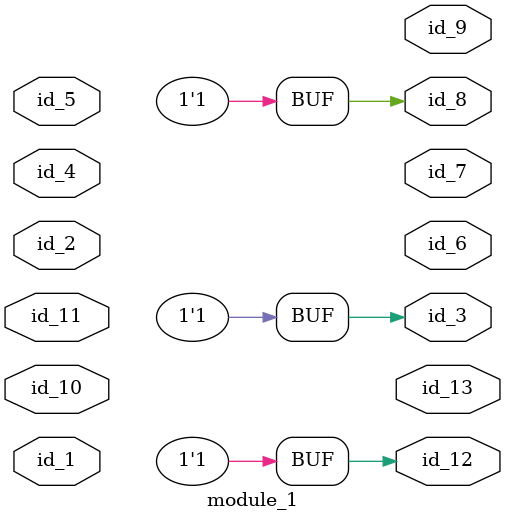
<source format=v>
module module_0;
  assign id_1 = (1);
  assign module_1.id_11 = 0;
  wire id_2;
endmodule
module module_1 (
    id_1,
    id_2,
    id_3,
    id_4,
    id_5,
    id_6,
    id_7,
    id_8,
    id_9,
    id_10,
    id_11,
    id_12,
    id_13
);
  output wire id_13;
  output wire id_12;
  input wire id_11;
  input wire id_10;
  output wire id_9;
  output wire id_8;
  output wire id_7;
  output wire id_6;
  inout wire id_5;
  input wire id_4;
  output wire id_3;
  input wire id_2;
  inout wire id_1;
  assign id_8 = 1;
  wire id_14;
  integer id_15;
  assign id_3 = 1;
  module_0 modCall_1 ();
  always begin : LABEL_0
    id_3 <= id_11;
  end
  wire id_16, id_17, id_18;
  assign id_12 = 1;
endmodule

</source>
